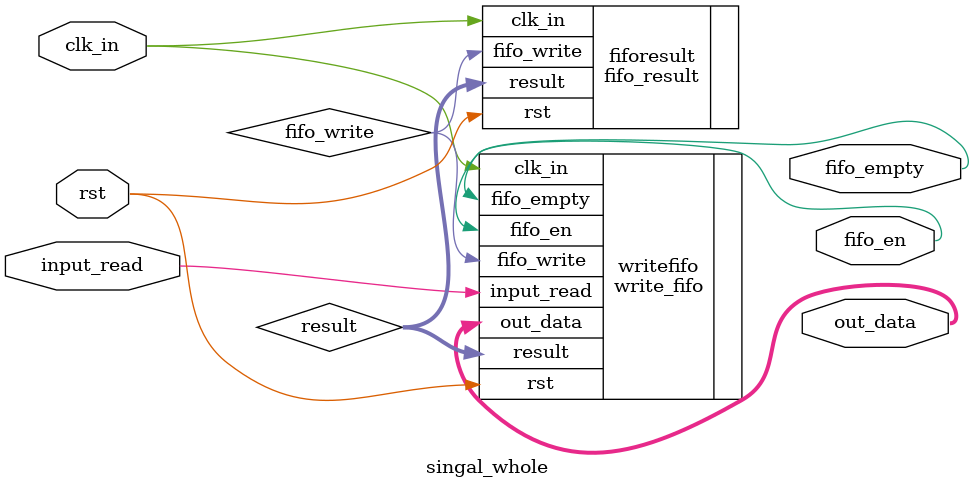
<source format=v>
`timescale 1ns / 1ps
module singal_whole(
	input clk_in,
	input rst,
	input input_read,
	output [31:0] out_data,
	output fifo_en,
	output fifo_empty
	);
	wire [3071:0] result;
	wire fifo_write;
	fifo_result fiforesult(
	.clk_in(clk_in),
	.rst(rst),
	.result(result),
	.fifo_write(fifo_write)
	);
	write_fifo writefifo(
	.clk_in(clk_in),
	.rst(rst),
	.result(result),
	.input_read(input_read),
	.fifo_write(fifo_write),
	.out_data(out_data),
	.fifo_en(fifo_en),
	.fifo_empty(fifo_empty)
	);
	
endmodule
</source>
